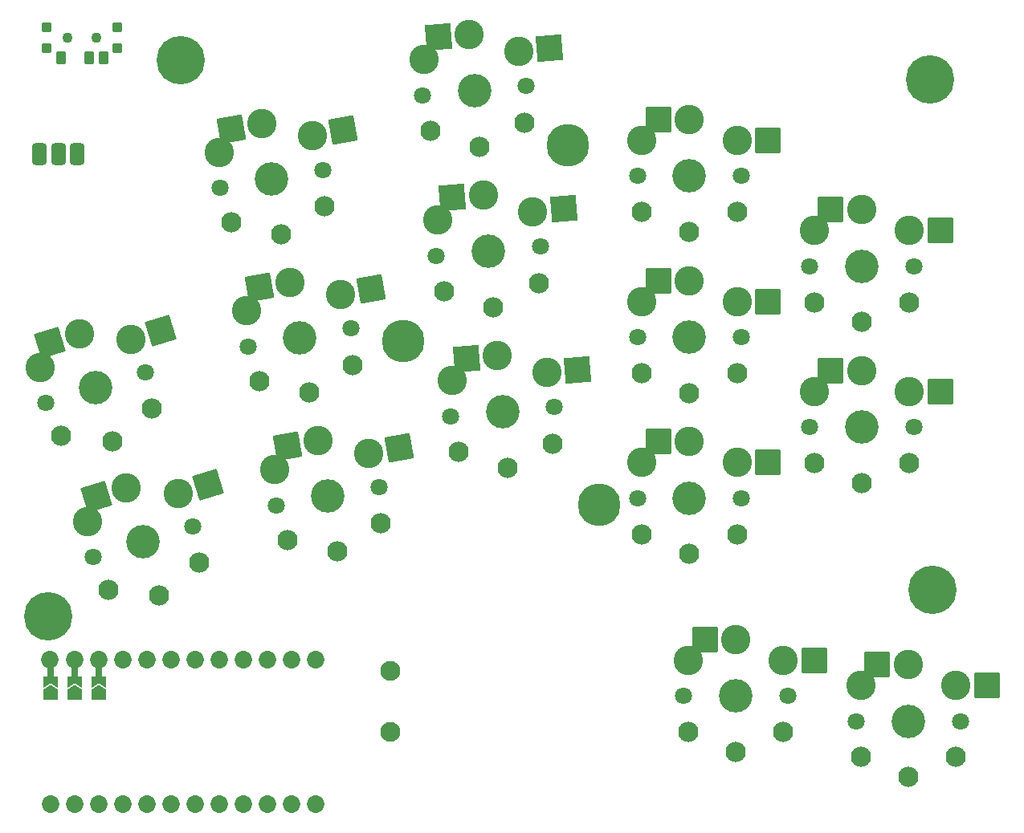
<source format=gbs>
%TF.GenerationSoftware,KiCad,Pcbnew,(6.0.4)*%
%TF.CreationDate,2022-07-21T23:48:58+02:00*%
%TF.ProjectId,wizza,77697a7a-612e-46b6-9963-61645f706362,v1.0.0*%
%TF.SameCoordinates,Original*%
%TF.FileFunction,Soldermask,Bot*%
%TF.FilePolarity,Negative*%
%FSLAX46Y46*%
G04 Gerber Fmt 4.6, Leading zero omitted, Abs format (unit mm)*
G04 Created by KiCad (PCBNEW (6.0.4)) date 2022-07-21 23:48:58*
%MOMM*%
%LPD*%
G01*
G04 APERTURE LIST*
G04 Aperture macros list*
%AMRoundRect*
0 Rectangle with rounded corners*
0 $1 Rounding radius*
0 $2 $3 $4 $5 $6 $7 $8 $9 X,Y pos of 4 corners*
0 Add a 4 corners polygon primitive as box body*
4,1,4,$2,$3,$4,$5,$6,$7,$8,$9,$2,$3,0*
0 Add four circle primitives for the rounded corners*
1,1,$1+$1,$2,$3*
1,1,$1+$1,$4,$5*
1,1,$1+$1,$6,$7*
1,1,$1+$1,$8,$9*
0 Add four rect primitives between the rounded corners*
20,1,$1+$1,$2,$3,$4,$5,0*
20,1,$1+$1,$4,$5,$6,$7,0*
20,1,$1+$1,$6,$7,$8,$9,0*
20,1,$1+$1,$8,$9,$2,$3,0*%
%AMFreePoly0*
4,1,16,0.535355,0.785355,0.550000,0.750000,0.550000,-0.750000,0.535355,-0.785355,0.500000,-0.800000,-0.650000,-0.800000,-0.685355,-0.785355,-0.700000,-0.750000,-0.691603,-0.722265,-0.210093,0.000000,-0.691603,0.722265,-0.699029,0.759806,-0.677735,0.791603,-0.650000,0.800000,0.500000,0.800000,0.535355,0.785355,0.535355,0.785355,$1*%
%AMFreePoly1*
4,1,16,0.535355,0.785355,0.541603,0.777735,1.041603,0.027735,1.049029,-0.009806,1.041603,-0.027735,0.541603,-0.777735,0.509806,-0.799029,0.500000,-0.800000,-0.500000,-0.800000,-0.535355,-0.785355,-0.550000,-0.750000,-0.550000,0.750000,-0.535355,0.785355,-0.500000,0.800000,0.500000,0.800000,0.535355,0.785355,0.535355,0.785355,$1*%
G04 Aperture macros list end*
%ADD10C,2.100000*%
%ADD11C,1.801800*%
%ADD12C,3.100000*%
%ADD13C,3.529000*%
%ADD14RoundRect,0.050000X-1.054507X-1.505993X1.505993X-1.054507X1.054507X1.505993X-1.505993X1.054507X0*%
%ADD15C,2.132000*%
%ADD16RoundRect,0.050000X-1.181751X-1.408356X1.408356X-1.181751X1.181751X1.408356X-1.408356X1.181751X0*%
%ADD17RoundRect,0.050000X-1.300000X-1.300000X1.300000X-1.300000X1.300000X1.300000X-1.300000X1.300000X0*%
%ADD18C,5.100000*%
%ADD19RoundRect,0.050000X-0.450000X-0.450000X0.450000X-0.450000X0.450000X0.450000X-0.450000X0.450000X0*%
%ADD20C,1.100000*%
%ADD21RoundRect,0.050000X-0.450000X-0.625000X0.450000X-0.625000X0.450000X0.625000X-0.450000X0.625000X0*%
%ADD22RoundRect,0.425000X-0.375000X-0.750000X0.375000X-0.750000X0.375000X0.750000X-0.375000X0.750000X0*%
%ADD23RoundRect,0.050000X-0.863113X-1.623279X1.623279X-0.863113X0.863113X1.623279X-1.623279X0.863113X0*%
%ADD24C,4.500000*%
%ADD25C,1.852600*%
%ADD26FreePoly0,90.000000*%
%ADD27RoundRect,0.050000X-0.250000X-0.762000X0.250000X-0.762000X0.250000X0.762000X-0.250000X0.762000X0*%
%ADD28FreePoly1,90.000000*%
G04 APERTURE END LIST*
D10*
%TO.C,B1*%
X83928791Y46381254D03*
X83928791Y52881254D03*
%TD*%
D11*
%TO.C,S11*%
X65970667Y103790002D03*
D12*
X75659968Y109306336D03*
X70353903Y110604673D03*
D13*
X71387110Y104745067D03*
D11*
X76803553Y105700132D03*
D12*
X65811891Y107569854D03*
D14*
X67128657Y110035975D03*
D15*
X67122934Y100134557D03*
X76971012Y101871038D03*
D14*
X78885214Y109875034D03*
D15*
X72411634Y98934701D03*
%TD*%
D12*
%TO.C,S15*%
X88913836Y100414117D03*
X93703066Y103041525D03*
X98875783Y101285675D03*
D13*
X94221643Y97114167D03*
D11*
X99700714Y97593524D03*
X88742572Y96634810D03*
D15*
X89571861Y92892848D03*
D16*
X90440528Y102756090D03*
D15*
X99533808Y93764406D03*
D16*
X102138320Y101571110D03*
D15*
X94735862Y91236618D03*
%TD*%
D12*
%TO.C,S21*%
X120424791Y91827253D03*
D11*
X109924791Y88077254D03*
X120924791Y88077254D03*
D13*
X115424791Y88077254D03*
D12*
X115424791Y94027254D03*
X110424791Y91827253D03*
D17*
X112149790Y94027254D03*
D15*
X120424791Y84277254D03*
X110424791Y84277254D03*
X115424791Y82177254D03*
D17*
X123699791Y91827253D03*
%TD*%
D18*
%TO.C,*%
X141078791Y61367254D03*
%TD*%
D19*
%TO.C,T2*%
X55089406Y120708838D03*
X47689406Y120708838D03*
X55089406Y118508838D03*
X47689406Y118508838D03*
D20*
X49889406Y119608838D03*
X52889406Y119608838D03*
D21*
X49139406Y117533838D03*
X52139406Y117533838D03*
X53639406Y117533838D03*
%TD*%
D12*
%TO.C,S29*%
X128599495Y99294490D03*
D13*
X133599495Y95544491D03*
D12*
X133599495Y101494491D03*
D11*
X128099495Y95544491D03*
X139099495Y95544491D03*
D12*
X138599495Y99294490D03*
D15*
X128599495Y91744491D03*
X138599495Y91744491D03*
D17*
X130324494Y101494491D03*
D15*
X133599495Y89644491D03*
D17*
X141874495Y99294490D03*
%TD*%
D18*
%TO.C,*%
X47860791Y58573254D03*
%TD*%
D11*
%TO.C,S33*%
X144011792Y47543254D03*
D12*
X133511792Y51293253D03*
X143511792Y51293253D03*
D11*
X133011792Y47543254D03*
D12*
X138511792Y53493254D03*
D13*
X138511792Y47543254D03*
D17*
X135236791Y53493254D03*
D15*
X143511792Y43743254D03*
X133511792Y43743254D03*
X138511792Y41643254D03*
D17*
X146786792Y51293253D03*
%TD*%
D12*
%TO.C,S7*%
X81564006Y75822872D03*
X76257941Y77121209D03*
D11*
X71874705Y70306538D03*
D12*
X71715929Y74086390D03*
D13*
X77291148Y71261603D03*
D11*
X82707591Y72216668D03*
D15*
X82875050Y68387574D03*
D14*
X73032695Y76552511D03*
D15*
X73026972Y66651093D03*
D14*
X84789252Y76391570D03*
D15*
X78315672Y65451237D03*
%TD*%
D22*
%TO.C,PAD1*%
X50908791Y107341254D03*
X48908791Y107341254D03*
X46908791Y107341254D03*
%TD*%
D12*
%TO.C,S5*%
X56527389Y87777963D03*
D13*
X52842259Y82729963D03*
D12*
X51102647Y88419976D03*
D11*
X47582583Y81121919D03*
D12*
X46964342Y84854246D03*
D11*
X58101935Y84338007D03*
D15*
X58734795Y80557863D03*
D23*
X47970748Y87462459D03*
D15*
X49171748Y77634146D03*
D23*
X59659287Y88735481D03*
D15*
X54567252Y77087765D03*
%TD*%
D12*
%TO.C,S27*%
X133599495Y84494491D03*
D11*
X128099495Y78544491D03*
D12*
X138599495Y82294490D03*
D11*
X139099495Y78544491D03*
D12*
X128599495Y82294490D03*
D13*
X133599495Y78544491D03*
D15*
X138599495Y74744491D03*
D17*
X130324494Y84494491D03*
D15*
X128599495Y74744491D03*
X133599495Y72644491D03*
D17*
X141874495Y82294490D03*
%TD*%
D12*
%TO.C,S9*%
X78611987Y92564604D03*
D11*
X68922686Y87048270D03*
D13*
X74339129Y88003335D03*
D12*
X73305922Y93862941D03*
D11*
X79755572Y88958400D03*
D12*
X68763910Y90828122D03*
D15*
X79923031Y85129306D03*
X70074953Y83392825D03*
D14*
X70080676Y93294243D03*
X81837233Y93133302D03*
D15*
X75363653Y82192969D03*
%TD*%
D12*
%TO.C,S13*%
X90395484Y83478807D03*
X100357431Y84350365D03*
D11*
X101182362Y80658214D03*
D12*
X95184714Y86106215D03*
D11*
X90224220Y79699500D03*
D13*
X95703291Y80178857D03*
D15*
X91053509Y75957538D03*
D16*
X91922176Y85820780D03*
D15*
X101015456Y76829096D03*
X96217510Y74301308D03*
D16*
X103619968Y84635800D03*
%TD*%
D12*
%TO.C,S17*%
X92221419Y119976835D03*
D11*
X98219067Y114528834D03*
D12*
X97394136Y118220985D03*
D11*
X87260925Y113570120D03*
D12*
X87432189Y117349427D03*
D13*
X92739996Y114049477D03*
D16*
X88958881Y119691400D03*
D15*
X98052161Y110699716D03*
X88090214Y109828158D03*
X93254215Y108171928D03*
D16*
X100656673Y118506420D03*
%TD*%
D12*
%TO.C,S31*%
X125321152Y53976272D03*
X115321152Y53976272D03*
D13*
X120321152Y50226273D03*
D11*
X114821152Y50226273D03*
X125821152Y50226273D03*
D12*
X120321152Y56176273D03*
D15*
X125321152Y46426273D03*
X115321152Y46426273D03*
D17*
X117046151Y56176273D03*
X128596152Y53976272D03*
D15*
X120321152Y44326273D03*
%TD*%
D11*
%TO.C,S3*%
X52552902Y64864738D03*
X63072254Y68080826D03*
D12*
X56072966Y72162795D03*
X51934661Y68597065D03*
X61497708Y71520782D03*
D13*
X57812578Y66472782D03*
D15*
X54142067Y61376965D03*
D23*
X52941067Y71205278D03*
D15*
X63705114Y64300682D03*
X59537571Y60830584D03*
D23*
X64629606Y72478300D03*
%TD*%
D18*
%TO.C,*%
X140824791Y115215254D03*
%TD*%
D11*
%TO.C,S23*%
X120924791Y105077254D03*
D12*
X110424791Y108827253D03*
X115424791Y111027254D03*
X120424791Y108827253D03*
D13*
X115424791Y105077254D03*
D11*
X109924791Y105077254D03*
D17*
X112149790Y111027254D03*
D15*
X120424791Y101277254D03*
X110424791Y101277254D03*
X115424791Y99177254D03*
D17*
X123699791Y108827253D03*
%TD*%
D12*
%TO.C,S19*%
X120424791Y74827253D03*
D11*
X120924791Y71077254D03*
X109924791Y71077254D03*
D13*
X115424791Y71077254D03*
D12*
X115424791Y77027254D03*
X110424791Y74827253D03*
D17*
X112149790Y77027254D03*
D15*
X110424791Y67277254D03*
X120424791Y67277254D03*
D17*
X123699791Y74827253D03*
D15*
X115424791Y65177254D03*
%TD*%
D18*
%TO.C,*%
X61830791Y117247254D03*
%TD*%
D24*
%TO.C,REF\u002A\u002A*%
X102588474Y108284763D03*
X105909108Y70329745D03*
X85271282Y87646937D03*
%TD*%
D25*
%TO.C,MCU1*%
X50654791Y38761254D03*
D26*
X50654791Y51744777D03*
X48114791Y51744777D03*
D27*
X53194791Y52669777D03*
D25*
X53194791Y38761254D03*
X53194791Y54001254D03*
D27*
X48114791Y52669777D03*
D26*
X53194791Y51744777D03*
D27*
X50654791Y52669777D03*
D25*
X48031045Y54001254D03*
X48114791Y38761254D03*
X50654791Y54001254D03*
D28*
X48114791Y50294777D03*
X50654791Y50294777D03*
X53194791Y50294777D03*
D25*
X55734791Y54001254D03*
X58274791Y54001254D03*
X60814791Y54001254D03*
X63354791Y54001254D03*
X65894791Y54001254D03*
X68434791Y54001254D03*
X70974791Y54001254D03*
X73514791Y54001254D03*
X76054791Y54001254D03*
X55734791Y38761254D03*
X58274791Y38761254D03*
X60814791Y38761254D03*
X63354791Y38761254D03*
X65894791Y38761254D03*
X68434791Y38761254D03*
X70974791Y38761254D03*
X73514791Y38761254D03*
X76054791Y38761254D03*
%TD*%
M02*

</source>
